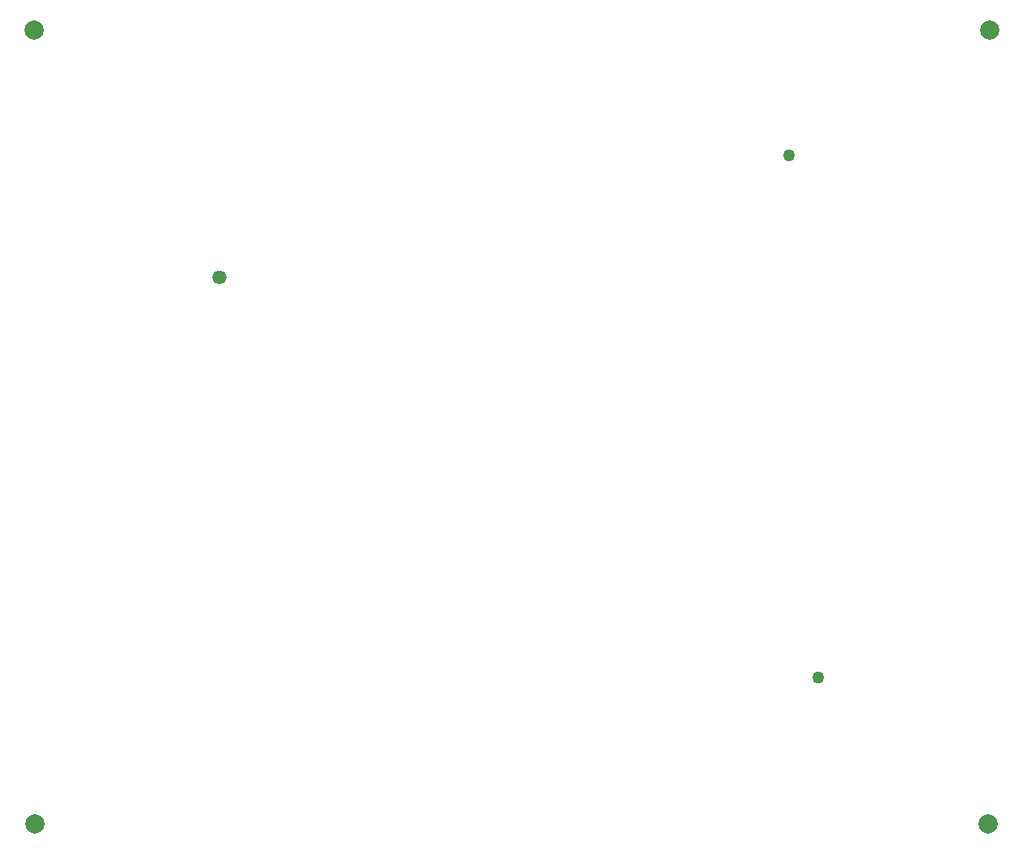
<source format=gbs>
G04*
G04 #@! TF.GenerationSoftware,Altium Limited,Altium Designer,21.4.1 (30)*
G04*
G04 Layer_Color=16711935*
%FSLAX42Y42*%
%MOMM*%
G71*
G04*
G04 #@! TF.SameCoordinates,E2F270B4-6BBA-4985-9D84-7226317FA361*
G04*
G04*
G04 #@! TF.FilePolarity,Negative*
G04*
G01*
G75*
%ADD32C,1.27*%
%ADD33C,2.00*%
%ADD34C,1.47*%
D32*
X12263Y10152D02*
D03*
X12568Y4714D02*
D03*
D33*
X14351Y11455D02*
D03*
X14338Y3188D02*
D03*
X4407D02*
D03*
X4394Y11455D02*
D03*
D34*
X6325Y8877D02*
D03*
M02*

</source>
